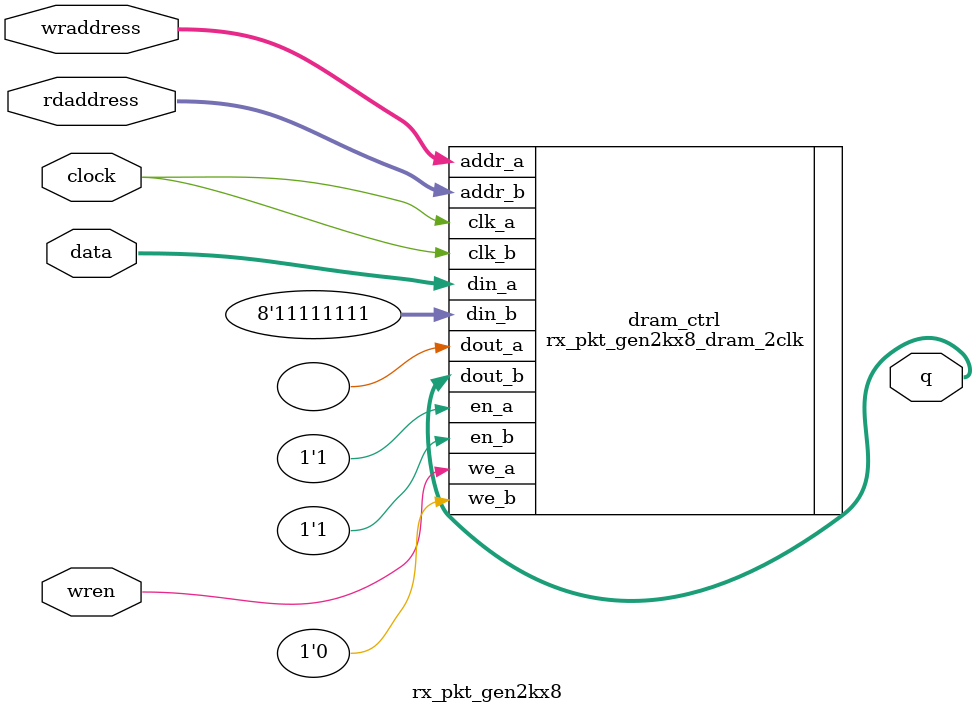
<source format=v>


`timescale 1ns / 1ns


module rx_pkt_gen2kx8  		

(
		data,
		rdaddress,
	    clock,
	    wraddress,
		wren,
	    q               

);
	              	 parameter 	DATAWIDTH = 8, ADDRWIDTH = 11, ADDRDEPTH = 2048 ; 
	              
	                 input	  wire	[DATAWIDTH - 1:0]  data;
                     input    wire  [ADDRWIDTH - 1:0]  rdaddress;
                     input    wire                     clock;
                     input    wire  [ADDRWIDTH - 1:0]  wraddress;
                     input    wire                     wren;
                     output   wire  [DATAWIDTH - 1:0]  q;
	
	rx_pkt_gen2kx8_dram_2clk  #(.ADDR_DEPTH(ADDRDEPTH),
	                   .DATA_WIDTH(DATAWIDTH),         // considering 64-bit data
					   .ADDR_WIDTH(ADDRWIDTH) )         // considering 2048 (2K) RAM size		 
                        	
       dram_ctrl (
			.clk_a(clock),		  			// Clk for PORT A (Write Port)
			.addr_a(wraddress),       		// ADDRESS to which data to be written through PORT A
			.din_a(data),         	  		// DATA to be written
			.en_a(1'b1),          	  		// enables read, write and reset operations through PORT A
			.we_a(wren),          	  		// enables write operation through PORT A (1- WRITE 0- READ)
			.dout_a(),        		  		// read data through PORT A
			
			//=== PORT_B Signals
			.clk_b(clock),					// Clk for PORT B    (Read Port)                                     
			.addr_b(rdaddress),        		// ADDRESS to which data to be written through PORT B     
			.din_b({DATAWIDTH {1'b1}}),	 	// DATA to be written                                     
			.en_b(1'b1),            		// enables read, write and reset operations through PORT B
			.we_b(1'b0),            		// enables write operation through PORT B                 
           .dout_b(q)		   				// read data through PORT B
            );	



endmodule 

</source>
